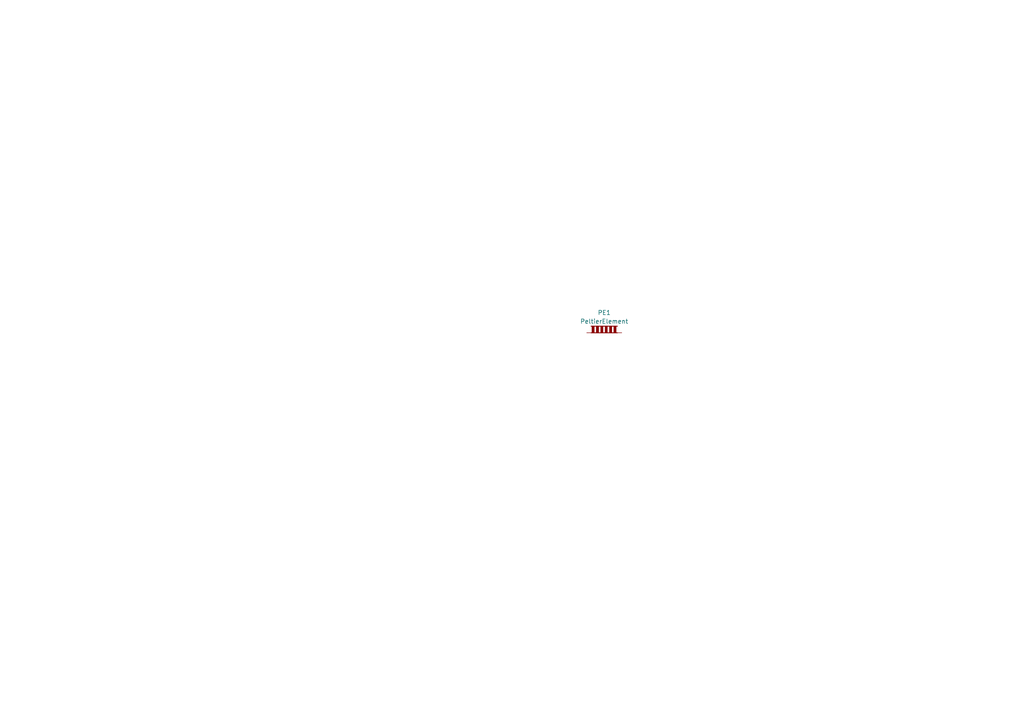
<source format=kicad_sch>
(kicad_sch (version 20230121) (generator eeschema)
  (paper "A4")
  (lib_symbols
    (symbol "Device:PeltierElement" (pin_numbers hide) (pin_names (offset 0))
      (property "Reference" "PE" (at 0 3.175 0))
      (property "Value" "PeltierElement" (at 0 -1.27 0))
      (symbol "PeltierElement_0_1"
        (rectangle (start -3.556 1.905) (end -2.921 0) (fill (type outline)))
        (rectangle (start -2.286 1.905) (end -1.651 0) (fill (type outline)))
        (rectangle (start -0.381 1.905) (end -1.016 0) (fill (type outline)))
        (polyline (pts (xy -3.81 0) (xy 3.81 0)) (stroke (width 0.254)) (fill (type outline)))
        (polyline (pts (xy -3.81 1.905) (xy 3.81 1.905)) (stroke (width 0.254)))
        (rectangle (start 0.889 1.905) (end 0.254 0) (fill (type outline)))
        (rectangle (start 1.524 0) (end 2.159 1.905) (fill (type outline)))
        (rectangle (start 2.794 0) (end 3.429 1.905) (fill (type outline)))
      )
      (symbol "PeltierElement_1_1"
        (pin passive line (at -5.08 0 0) (length 1.27) (name "~") (number "1"))
        (pin passive line (at 5.08 0 180) (length 1.27) (name "~") (number "2"))
      )
    )
  )
  (symbol (lib_id "Device:PeltierElement") (at 175.26 96.52 0) (unit 1)
    (property "Reference" "PE1" (at 175.26 90.678 0))
    (property "Value" "PeltierElement" (at 175.26 93.218 0))
  )
)
</source>
